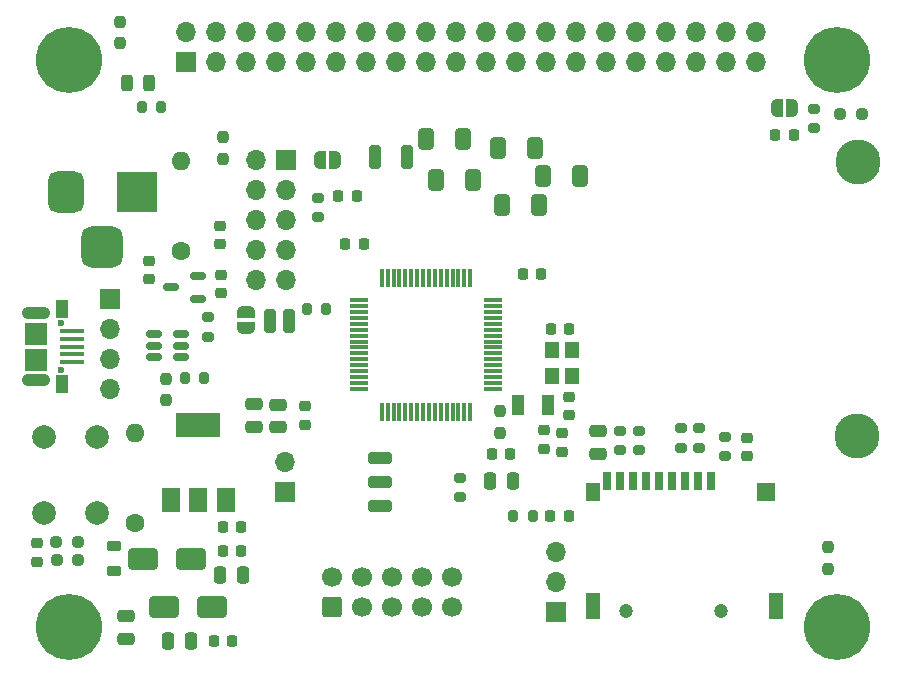
<source format=gts>
G04 #@! TF.GenerationSoftware,KiCad,Pcbnew,7.0.5-4d25ed1034~172~ubuntu22.04.1*
G04 #@! TF.CreationDate,2023-06-03T15:02:04+03:00*
G04 #@! TF.ProjectId,STM32L475-protoboard,53544d33-324c-4343-9735-2d70726f746f,rev?*
G04 #@! TF.SameCoordinates,Original*
G04 #@! TF.FileFunction,Soldermask,Top*
G04 #@! TF.FilePolarity,Negative*
%FSLAX46Y46*%
G04 Gerber Fmt 4.6, Leading zero omitted, Abs format (unit mm)*
G04 Created by KiCad (PCBNEW 7.0.5-4d25ed1034~172~ubuntu22.04.1) date 2023-06-03 15:02:04*
%MOMM*%
%LPD*%
G01*
G04 APERTURE LIST*
G04 Aperture macros list*
%AMRoundRect*
0 Rectangle with rounded corners*
0 $1 Rounding radius*
0 $2 $3 $4 $5 $6 $7 $8 $9 X,Y pos of 4 corners*
0 Add a 4 corners polygon primitive as box body*
4,1,4,$2,$3,$4,$5,$6,$7,$8,$9,$2,$3,0*
0 Add four circle primitives for the rounded corners*
1,1,$1+$1,$2,$3*
1,1,$1+$1,$4,$5*
1,1,$1+$1,$6,$7*
1,1,$1+$1,$8,$9*
0 Add four rect primitives between the rounded corners*
20,1,$1+$1,$2,$3,$4,$5,0*
20,1,$1+$1,$4,$5,$6,$7,0*
20,1,$1+$1,$6,$7,$8,$9,0*
20,1,$1+$1,$8,$9,$2,$3,0*%
%AMFreePoly0*
4,1,19,0.500000,-0.750000,0.000000,-0.750000,0.000000,-0.744911,-0.071157,-0.744911,-0.207708,-0.704816,-0.327430,-0.627875,-0.420627,-0.520320,-0.479746,-0.390866,-0.500000,-0.250000,-0.500000,0.250000,-0.479746,0.390866,-0.420627,0.520320,-0.327430,0.627875,-0.207708,0.704816,-0.071157,0.744911,0.000000,0.744911,0.000000,0.750000,0.500000,0.750000,0.500000,-0.750000,0.500000,-0.750000,
$1*%
%AMFreePoly1*
4,1,19,0.000000,0.744911,0.071157,0.744911,0.207708,0.704816,0.327430,0.627875,0.420627,0.520320,0.479746,0.390866,0.500000,0.250000,0.500000,-0.250000,0.479746,-0.390866,0.420627,-0.520320,0.327430,-0.627875,0.207708,-0.704816,0.071157,-0.744911,0.000000,-0.744911,0.000000,-0.750000,-0.500000,-0.750000,-0.500000,0.750000,0.000000,0.750000,0.000000,0.744911,0.000000,0.744911,
$1*%
G04 Aperture macros list end*
%ADD10RoundRect,0.875000X-0.875000X-0.875000X0.875000X-0.875000X0.875000X0.875000X-0.875000X0.875000X0*%
%ADD11RoundRect,0.750000X-0.750000X-1.000000X0.750000X-1.000000X0.750000X1.000000X-0.750000X1.000000X0*%
%ADD12R,3.500000X3.500000*%
%ADD13C,0.600000*%
%ADD14O,2.400000X1.100000*%
%ADD15R,1.900000X1.900000*%
%ADD16R,1.000000X1.500000*%
%ADD17R,2.100000X0.400000*%
%ADD18RoundRect,0.237500X-0.237500X0.250000X-0.237500X-0.250000X0.237500X-0.250000X0.237500X0.250000X0*%
%ADD19RoundRect,0.250000X-0.475000X0.250000X-0.475000X-0.250000X0.475000X-0.250000X0.475000X0.250000X0*%
%ADD20RoundRect,0.200000X-0.275000X0.200000X-0.275000X-0.200000X0.275000X-0.200000X0.275000X0.200000X0*%
%ADD21RoundRect,0.225000X-0.225000X-0.250000X0.225000X-0.250000X0.225000X0.250000X-0.225000X0.250000X0*%
%ADD22RoundRect,0.250000X0.412500X0.650000X-0.412500X0.650000X-0.412500X-0.650000X0.412500X-0.650000X0*%
%ADD23RoundRect,0.250000X0.600000X-0.600000X0.600000X0.600000X-0.600000X0.600000X-0.600000X-0.600000X0*%
%ADD24C,1.700000*%
%ADD25RoundRect,0.225000X0.250000X-0.225000X0.250000X0.225000X-0.250000X0.225000X-0.250000X-0.225000X0*%
%ADD26RoundRect,0.225000X-0.250000X0.225000X-0.250000X-0.225000X0.250000X-0.225000X0.250000X0.225000X0*%
%ADD27RoundRect,0.250000X-0.750000X0.250000X-0.750000X-0.250000X0.750000X-0.250000X0.750000X0.250000X0*%
%ADD28RoundRect,0.250000X0.750000X-0.250000X0.750000X0.250000X-0.750000X0.250000X-0.750000X-0.250000X0*%
%ADD29RoundRect,0.200000X0.275000X-0.200000X0.275000X0.200000X-0.275000X0.200000X-0.275000X-0.200000X0*%
%ADD30C,1.200000*%
%ADD31R,0.700000X1.600000*%
%ADD32R,1.200000X1.500000*%
%ADD33R,1.200000X2.200000*%
%ADD34R,1.600000X1.500000*%
%ADD35RoundRect,0.250000X0.475000X-0.250000X0.475000X0.250000X-0.475000X0.250000X-0.475000X-0.250000X0*%
%ADD36RoundRect,0.150000X-0.512500X-0.150000X0.512500X-0.150000X0.512500X0.150000X-0.512500X0.150000X0*%
%ADD37C,2.600000*%
%ADD38C,3.800000*%
%ADD39RoundRect,0.075000X0.700000X0.075000X-0.700000X0.075000X-0.700000X-0.075000X0.700000X-0.075000X0*%
%ADD40RoundRect,0.075000X0.075000X0.700000X-0.075000X0.700000X-0.075000X-0.700000X0.075000X-0.700000X0*%
%ADD41RoundRect,0.250000X-0.412500X-0.650000X0.412500X-0.650000X0.412500X0.650000X-0.412500X0.650000X0*%
%ADD42RoundRect,0.237500X-0.250000X-0.237500X0.250000X-0.237500X0.250000X0.237500X-0.250000X0.237500X0*%
%ADD43RoundRect,0.250000X-0.250000X-0.750000X0.250000X-0.750000X0.250000X0.750000X-0.250000X0.750000X0*%
%ADD44RoundRect,0.218750X0.218750X0.256250X-0.218750X0.256250X-0.218750X-0.256250X0.218750X-0.256250X0*%
%ADD45R,1.000000X1.800000*%
%ADD46R,1.700000X1.700000*%
%ADD47O,1.700000X1.700000*%
%ADD48RoundRect,0.225000X0.225000X0.250000X-0.225000X0.250000X-0.225000X-0.250000X0.225000X-0.250000X0*%
%ADD49RoundRect,0.250000X0.250000X0.750000X-0.250000X0.750000X-0.250000X-0.750000X0.250000X-0.750000X0*%
%ADD50C,3.600000*%
%ADD51C,5.600000*%
%ADD52RoundRect,0.250000X-0.250000X-0.475000X0.250000X-0.475000X0.250000X0.475000X-0.250000X0.475000X0*%
%ADD53C,2.000000*%
%ADD54RoundRect,0.243750X-0.243750X-0.456250X0.243750X-0.456250X0.243750X0.456250X-0.243750X0.456250X0*%
%ADD55RoundRect,0.250000X0.250000X0.475000X-0.250000X0.475000X-0.250000X-0.475000X0.250000X-0.475000X0*%
%ADD56C,1.600000*%
%ADD57O,1.600000X1.600000*%
%ADD58RoundRect,0.250000X1.000000X0.650000X-1.000000X0.650000X-1.000000X-0.650000X1.000000X-0.650000X0*%
%ADD59FreePoly0,0.000000*%
%ADD60FreePoly1,0.000000*%
%ADD61FreePoly0,270.000000*%
%ADD62FreePoly1,270.000000*%
%ADD63RoundRect,0.200000X-0.200000X-0.275000X0.200000X-0.275000X0.200000X0.275000X-0.200000X0.275000X0*%
%ADD64RoundRect,0.237500X0.237500X-0.250000X0.237500X0.250000X-0.237500X0.250000X-0.237500X-0.250000X0*%
%ADD65RoundRect,0.218750X-0.381250X0.218750X-0.381250X-0.218750X0.381250X-0.218750X0.381250X0.218750X0*%
%ADD66RoundRect,0.200000X0.200000X0.275000X-0.200000X0.275000X-0.200000X-0.275000X0.200000X-0.275000X0*%
%ADD67R,1.500000X2.000000*%
%ADD68R,3.800000X2.000000*%
%ADD69RoundRect,0.218750X-0.218750X-0.256250X0.218750X-0.256250X0.218750X0.256250X-0.218750X0.256250X0*%
%ADD70R,1.200000X1.400000*%
%ADD71RoundRect,0.150000X0.512500X0.150000X-0.512500X0.150000X-0.512500X-0.150000X0.512500X-0.150000X0*%
G04 APERTURE END LIST*
D10*
X74050000Y-69825000D03*
D11*
X71050000Y-65125000D03*
D12*
X77050000Y-65125000D03*
D13*
X70560000Y-76225000D03*
X70560000Y-80225000D03*
D14*
X68450000Y-75405000D03*
X68450000Y-81045000D03*
D15*
X68450000Y-79325000D03*
X68450000Y-77125000D03*
D16*
X70700000Y-81425000D03*
X70700000Y-75025000D03*
D17*
X71510000Y-79525000D03*
X71510000Y-78875000D03*
X71510000Y-78225000D03*
X71510000Y-77575000D03*
X71510000Y-76925000D03*
D18*
X135550000Y-95212500D03*
X135550000Y-97037500D03*
D19*
X86950000Y-83125000D03*
X86950000Y-85025000D03*
D20*
X92360000Y-65610000D03*
X92360000Y-67260000D03*
D21*
X112060000Y-76710000D03*
X113610000Y-76710000D03*
D22*
X104662500Y-60625000D03*
X101537500Y-60625000D03*
D23*
X93550000Y-100275000D03*
D24*
X93550000Y-97735000D03*
X96090000Y-100275000D03*
X96090000Y-97735000D03*
X98630000Y-100275000D03*
X98630000Y-97735000D03*
X101170000Y-100275000D03*
X101170000Y-97735000D03*
X103710000Y-100275000D03*
X103710000Y-97735000D03*
D25*
X91250800Y-84825000D03*
X91250800Y-83275000D03*
D26*
X84150000Y-72150000D03*
X84150000Y-73700000D03*
D27*
X97600000Y-89675000D03*
D28*
X97600000Y-87675000D03*
D29*
X123050000Y-86800000D03*
X123050000Y-85150000D03*
D25*
X84025000Y-69575000D03*
X84025000Y-68025000D03*
D21*
X94675000Y-69575000D03*
X96225000Y-69575000D03*
D30*
X118450000Y-100575000D03*
X126450000Y-100575000D03*
D31*
X125650000Y-89575000D03*
X124550000Y-89575000D03*
X123450000Y-89575000D03*
X122350000Y-89575000D03*
X121250000Y-89575000D03*
X120150000Y-89575000D03*
X119050000Y-89575000D03*
X117950000Y-89575000D03*
X116850000Y-89575000D03*
D32*
X115650000Y-90575000D03*
D33*
X115650000Y-100175000D03*
X131150000Y-100175000D03*
D34*
X130250000Y-90575000D03*
D35*
X116050000Y-87287500D03*
X116050000Y-85387500D03*
D36*
X78462500Y-77200000D03*
X78462500Y-78150000D03*
X78462500Y-79100000D03*
X80737500Y-79100000D03*
X80737500Y-78150000D03*
X80737500Y-77200000D03*
D37*
X138000000Y-85775000D03*
D38*
X138000000Y-85775000D03*
D39*
X107175000Y-81805000D03*
X107175000Y-81305000D03*
X107175000Y-80805000D03*
X107175000Y-80305000D03*
X107175000Y-79805000D03*
X107175000Y-79305000D03*
X107175000Y-78805000D03*
X107175000Y-78305000D03*
X107175000Y-77805000D03*
X107175000Y-77305000D03*
X107175000Y-76805000D03*
X107175000Y-76305000D03*
X107175000Y-75805000D03*
X107175000Y-75305000D03*
X107175000Y-74805000D03*
X107175000Y-74305000D03*
D40*
X105250000Y-72380000D03*
X104750000Y-72380000D03*
X104250000Y-72380000D03*
X103750000Y-72380000D03*
X103250000Y-72380000D03*
X102750000Y-72380000D03*
X102250000Y-72380000D03*
X101750000Y-72380000D03*
X101250000Y-72380000D03*
X100750000Y-72380000D03*
X100250000Y-72380000D03*
X99750000Y-72380000D03*
X99250000Y-72380000D03*
X98750000Y-72380000D03*
X98250000Y-72380000D03*
X97750000Y-72380000D03*
D39*
X95825000Y-74305000D03*
X95825000Y-74805000D03*
X95825000Y-75305000D03*
X95825000Y-75805000D03*
X95825000Y-76305000D03*
X95825000Y-76805000D03*
X95825000Y-77305000D03*
X95825000Y-77805000D03*
X95825000Y-78305000D03*
X95825000Y-78805000D03*
X95825000Y-79305000D03*
X95825000Y-79805000D03*
X95825000Y-80305000D03*
X95825000Y-80805000D03*
X95825000Y-81305000D03*
X95825000Y-81805000D03*
D40*
X97750000Y-83730000D03*
X98250000Y-83730000D03*
X98750000Y-83730000D03*
X99250000Y-83730000D03*
X99750000Y-83730000D03*
X100250000Y-83730000D03*
X100750000Y-83730000D03*
X101250000Y-83730000D03*
X101750000Y-83730000D03*
X102250000Y-83730000D03*
X102750000Y-83730000D03*
X103250000Y-83730000D03*
X103750000Y-83730000D03*
X104250000Y-83730000D03*
X104750000Y-83730000D03*
X105250000Y-83730000D03*
D41*
X102387500Y-64125000D03*
X105512500Y-64125000D03*
D42*
X136575000Y-58525000D03*
X138400000Y-58525000D03*
D22*
X114512500Y-63825000D03*
X111387500Y-63825000D03*
D43*
X89900000Y-76075000D03*
D44*
X113575000Y-92575000D03*
X112000000Y-92575000D03*
D25*
X111450000Y-86875000D03*
X111450000Y-85325000D03*
D29*
X124650000Y-86800000D03*
X124650000Y-85150000D03*
D20*
X119550000Y-85337500D03*
X119550000Y-86987500D03*
D45*
X111790000Y-83215000D03*
X109290000Y-83215000D03*
D20*
X83050000Y-75750000D03*
X83050000Y-77400000D03*
D46*
X89650000Y-62425000D03*
D47*
X87110000Y-62425000D03*
X89650000Y-64965000D03*
X87110000Y-64965000D03*
X89650000Y-67505000D03*
X87110000Y-67505000D03*
X89650000Y-70045000D03*
X87110000Y-70045000D03*
X89650000Y-72585000D03*
X87110000Y-72585000D03*
D18*
X75550000Y-50725000D03*
X75550000Y-52550000D03*
D48*
X111265000Y-72085200D03*
X109715000Y-72085200D03*
D49*
X99850000Y-62200000D03*
D21*
X84300000Y-93475000D03*
X85850000Y-93475000D03*
D50*
X71300000Y-101955000D03*
D51*
X71300000Y-101955000D03*
D46*
X89550000Y-90550000D03*
D47*
X89550000Y-88010000D03*
D26*
X78025000Y-70950000D03*
X78025000Y-72500000D03*
D46*
X112475000Y-100675000D03*
D47*
X112475000Y-98135000D03*
X112475000Y-95595000D03*
D42*
X70187500Y-94775000D03*
X72012500Y-94775000D03*
D21*
X84300000Y-95500000D03*
X85850000Y-95500000D03*
D50*
X136300000Y-101955000D03*
D51*
X136300000Y-101955000D03*
D52*
X84100000Y-97525000D03*
X86000000Y-97525000D03*
D53*
X73650000Y-85850000D03*
X73650000Y-92350000D03*
X69150000Y-85850000D03*
X69150000Y-92350000D03*
D25*
X128650000Y-87500000D03*
X128650000Y-85950000D03*
D37*
X138050000Y-62625000D03*
D38*
X138050000Y-62625000D03*
D21*
X107050000Y-87350000D03*
X108600000Y-87350000D03*
D18*
X79450000Y-80962500D03*
X79450000Y-82787500D03*
D41*
X107637500Y-61425000D03*
X110762500Y-61425000D03*
D29*
X126800000Y-87500000D03*
X126800000Y-85850000D03*
D54*
X76166250Y-55945000D03*
X78041250Y-55945000D03*
D55*
X108860000Y-89625000D03*
X106960000Y-89625000D03*
D56*
X80720000Y-70135000D03*
D57*
X80720000Y-62515000D03*
D58*
X83350000Y-100300000D03*
X79350000Y-100300000D03*
D49*
X97200000Y-62200000D03*
D59*
X92500000Y-62450000D03*
D60*
X93800000Y-62450000D03*
D19*
X76100000Y-101075000D03*
X76100000Y-102975000D03*
D27*
X97600000Y-91725000D03*
D61*
X86300000Y-75325000D03*
D62*
X86300000Y-76625000D03*
D63*
X81075000Y-80900000D03*
X82725000Y-80900000D03*
D21*
X83525000Y-103125000D03*
X85075000Y-103125000D03*
D50*
X71300000Y-53955000D03*
D51*
X71300000Y-53955000D03*
D64*
X107725000Y-85512500D03*
X107725000Y-83687500D03*
D59*
X131200000Y-58025000D03*
D60*
X132500000Y-58025000D03*
D63*
X108875000Y-92575000D03*
X110525000Y-92575000D03*
D20*
X134375000Y-58100000D03*
X134375000Y-59750000D03*
D43*
X88250000Y-76075000D03*
D64*
X84325000Y-62350000D03*
X84325000Y-60525000D03*
D65*
X75057000Y-95087500D03*
X75057000Y-97212500D03*
D22*
X111062500Y-66275000D03*
X107937500Y-66275000D03*
D35*
X88950800Y-85050000D03*
X88950800Y-83150000D03*
D29*
X104375000Y-91000000D03*
X104375000Y-89350000D03*
D55*
X81587500Y-103125000D03*
X79687500Y-103125000D03*
D66*
X93075000Y-75075000D03*
X91425000Y-75075000D03*
D46*
X81150000Y-54115000D03*
D47*
X81150000Y-51575000D03*
X83690000Y-54115000D03*
X83690000Y-51575000D03*
X86230000Y-54115000D03*
X86230000Y-51575000D03*
X88770000Y-54115000D03*
X88770000Y-51575000D03*
X91310000Y-54115000D03*
X91310000Y-51575000D03*
X93850000Y-54115000D03*
X93850000Y-51575000D03*
X96390000Y-54115000D03*
X96390000Y-51575000D03*
X98930000Y-54115000D03*
X98930000Y-51575000D03*
X101470000Y-54115000D03*
X101470000Y-51575000D03*
X104010000Y-54115000D03*
X104010000Y-51575000D03*
X106550000Y-54115000D03*
X106550000Y-51575000D03*
X109090000Y-54115000D03*
X109090000Y-51575000D03*
X111630000Y-54115000D03*
X111630000Y-51575000D03*
X114170000Y-54115000D03*
X114170000Y-51575000D03*
X116710000Y-54115000D03*
X116710000Y-51575000D03*
X119250000Y-54115000D03*
X119250000Y-51575000D03*
X121790000Y-54115000D03*
X121790000Y-51575000D03*
X124330000Y-54115000D03*
X124330000Y-51575000D03*
X126870000Y-54115000D03*
X126870000Y-51575000D03*
X129410000Y-54115000D03*
X129410000Y-51575000D03*
D58*
X81578200Y-96240600D03*
X77578200Y-96240600D03*
D56*
X76900000Y-93200000D03*
D57*
X76900000Y-85580000D03*
D67*
X79925000Y-91175000D03*
X82225000Y-91175000D03*
D68*
X82225000Y-84875000D03*
D67*
X84525000Y-91175000D03*
D51*
X136300000Y-53955000D03*
D50*
X136300000Y-53955000D03*
D25*
X113030000Y-87120000D03*
X113030000Y-85570000D03*
D69*
X131075000Y-60350000D03*
X132650000Y-60350000D03*
D70*
X112160000Y-78535000D03*
X112160000Y-80735000D03*
X113860000Y-80735000D03*
X113860000Y-78535000D03*
D25*
X113600000Y-84050000D03*
X113600000Y-82500000D03*
D71*
X82200000Y-74175000D03*
X82200000Y-72275000D03*
X79925000Y-73225000D03*
D26*
X68600000Y-94900000D03*
X68600000Y-96450000D03*
D48*
X95625000Y-65500000D03*
X94075000Y-65500000D03*
D20*
X117950000Y-85350000D03*
X117950000Y-87000000D03*
D46*
X74750000Y-74200000D03*
D47*
X74750000Y-76740000D03*
X74750000Y-79280000D03*
X74750000Y-81820000D03*
D66*
X79075000Y-57975000D03*
X77425000Y-57975000D03*
D42*
X70237500Y-96325000D03*
X72062500Y-96325000D03*
M02*

</source>
